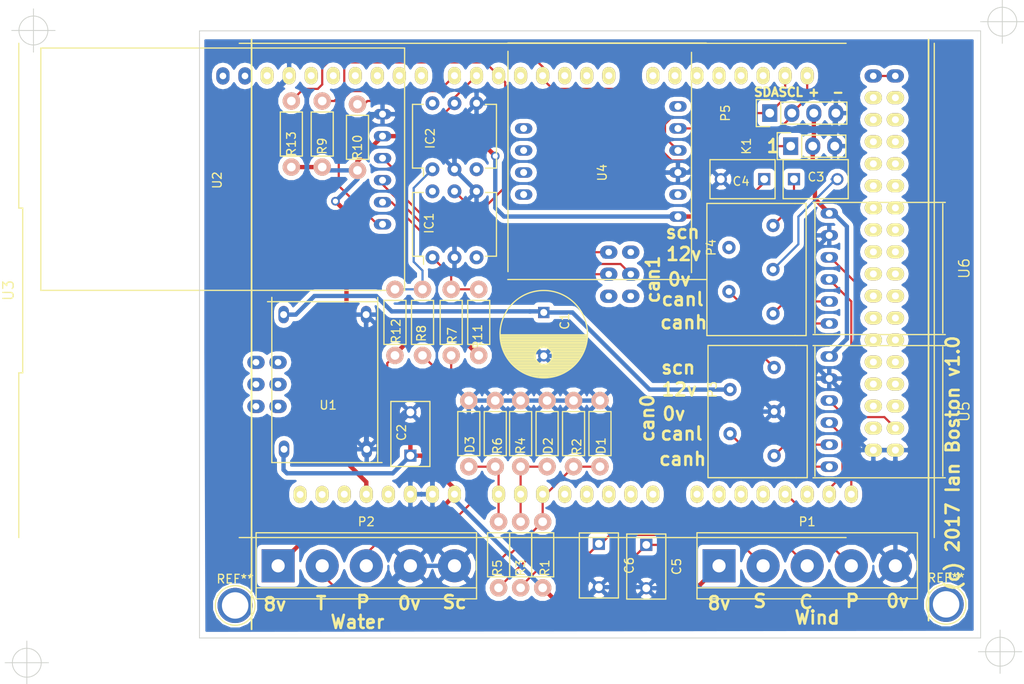
<source format=kicad_pcb>
(kicad_pcb (version 4) (host pcbnew 4.0.6)
  (layers (0 F.Cu signal) (31 B.Cu signal) (34 B.Paste user) (35 F.Paste user) (36 B.SilkS user) (37 F.SilkS user) (38 B.Mask user) (39 F.Mask user) (44 Edge.Cuts user))
  (net 0 "")
  (net 1 12v)
  (net 2 GND)
  (net 3 8v)
  (net 4 "Net-(C3-Pad1)")
  (net 5 "Net-(C4-Pad1)")
  (net 6 TEMPS)
  (net 7 WINDCOSA)
  (net 8 WINDSINA)
  (net 9 "Net-(IC1-Pad1)")
  (net 10 WINDPA)
  (net 11 "Net-(IC2-Pad1)")
  (net 12 WATERPA)
  (net 13 WINDCOSS)
  (net 14 WINDSINS)
  (net 15 WINDPS)
  (net 16 WATERPS)
  (net 17 "Net-(P3-Pad1)")
  (net 18 "Net-(P3-Pad2)")
  (net 19 "Net-(P4-Pad1)")
  (net 20 "Net-(P4-Pad2)")
  (net 21 3v3)
  (net 22 CAN1TX)
  (net 23 "Net-(U3-Pad5V)")
  (net 24 SDardCS)
  (net 25 SDA)
  (net 26 CAN0RX)
  (net 27 SCL)
  (net 28 CAN0TX)
  (net 29 MISO)
  (net 30 SCK)
  (net 31 MOSI)
  (net 32 CAN1RX)
  (net 33 "Net-(C3-Pad2)")
  (net 34 1WIRE)
  (module Capacitors_ThroughHole:C_Radial_D10_L13_P5 (layer F.Cu) (at 129.667 77.47 270)
    (fp_text reference C1 (at 1.016 -2.413 270) (layer F.SilkS))
    (fp_text value 10uF)
    (pad 1 thru_hole rect (at 0 0 270) (size 1.3 1.3) (drill 0.8) (layers *.Cu *.Mask) (net 1 12v))
    (pad 2 thru_hole circle (at 5 0 270) (size 1.3 1.3) (drill 0.8) (layers *.Cu *.Mask) (net 2 GND))
  )
  (module Capacitors_ThroughHole:C_Disc_D7.5_P5 (layer F.Cu) (at 114.3 93.98 90)
    (fp_text reference C2 (at 2.667 -1.016 90) (layer F.SilkS))
    (fp_text value 100nF)
    (pad 1 thru_hole rect (at 0 0 90) (size 1.4 1.4) (drill 0.9) (layers *.Cu *.Mask) (net 3 8v))
    (pad 2 thru_hole circle (at 5 0 90) (size 1.4 1.4) (drill 0.9) (layers *.Cu *.Mask) (net 2 GND))
  )
  (module Capacitors_ThroughHole:C_Disc_D7.5_P5 (layer F.Cu) (at 158.496 62.103)
    (fp_text reference C3 (at 2.54 -0.254) (layer F.SilkS))
    (fp_text value 10nF)
    (pad 1 thru_hole rect (at 0 0) (size 1.4 1.4) (drill 0.9) (layers *.Cu *.Mask) (net 4 "Net-(C3-Pad1)"))
    (pad 2 thru_hole circle (at 5 0) (size 1.4 1.4) (drill 0.9) (layers *.Cu *.Mask) (net 33 "Net-(C3-Pad2)"))
  )
  (module Capacitors_ThroughHole:C_Disc_D7.5_P5 (layer F.Cu) (at 155.067 62.103 180)
    (fp_text reference C4 (at 2.667 -0.254 180) (layer F.SilkS))
    (fp_text value 10nF)
    (pad 1 thru_hole rect (at 0 0 180) (size 1.4 1.4) (drill 0.9) (layers *.Cu *.Mask) (net 5 "Net-(C4-Pad1)"))
    (pad 2 thru_hole circle (at 5 0 180) (size 1.4 1.4) (drill 0.9) (layers *.Cu *.Mask) (net 2 GND))
  )
  (module Housings_DIP:DIP-6_W7.62mm (layer F.Cu) (at 116.84 71.12 90)
    (fp_text reference IC1 (at 3.937 -0.381 90) (layer F.SilkS))
    (fp_text value 4N35)
    (pad 1 thru_hole oval (at 0 0 90) (size 1.6 1.6) (drill 0.8) (layers *.Cu *.Mask) (net 9 "Net-(IC1-Pad1)"))
    (pad 2 thru_hole oval (at 0 2.54 90) (size 1.6 1.6) (drill 0.8) (layers *.Cu *.Mask) (net 2 GND))
    (pad 3 thru_hole oval (at 0 5.08 90) (size 1.6 1.6) (drill 0.8) (layers *.Cu *.Mask))
    (pad 4 thru_hole oval (at 7.62 5.08 90) (size 1.6 1.6) (drill 0.8) (layers *.Cu *.Mask) (net 2 GND))
    (pad 5 thru_hole oval (at 7.62 2.54 90) (size 1.6 1.6) (drill 0.8) (layers *.Cu *.Mask) (net 10 WINDPA))
    (pad 6 thru_hole oval (at 7.62 0 90) (size 1.6 1.6) (drill 0.8) (layers *.Cu *.Mask))
  )
  (module Housings_DIP:DIP-6_W7.62mm (layer F.Cu) (at 116.84 60.96 90)
    (fp_text reference IC2 (at 3.556 -0.254 90) (layer F.SilkS))
    (fp_text value 4N35)
    (pad 1 thru_hole oval (at 0 0 90) (size 1.6 1.6) (drill 0.8) (layers *.Cu *.Mask) (net 11 "Net-(IC2-Pad1)"))
    (pad 2 thru_hole oval (at 0 2.54 90) (size 1.6 1.6) (drill 0.8) (layers *.Cu *.Mask) (net 2 GND))
    (pad 3 thru_hole oval (at 0 5.08 90) (size 1.6 1.6) (drill 0.8) (layers *.Cu *.Mask))
    (pad 4 thru_hole oval (at 7.62 5.08 90) (size 1.6 1.6) (drill 0.8) (layers *.Cu *.Mask) (net 2 GND))
    (pad 5 thru_hole oval (at 7.62 2.54 90) (size 1.6 1.6) (drill 0.8) (layers *.Cu *.Mask) (net 12 WATERPA))
    (pad 6 thru_hole oval (at 7.62 0 90) (size 1.6 1.6) (drill 0.8) (layers *.Cu *.Mask))
  )
  (module Connect:bornier5 (layer F.Cu) (at 160.02 106.68)
    (fp_text reference P1 (at 0 -5.08) (layer F.SilkS))
    (fp_text value "Wind Sensor")
    (pad 2 thru_hole circle (at -5.08 0) (size 3.81 3.81) (drill 1.524) (layers *.Cu *.Mask) (net 13 WINDCOSS))
    (pad 3 thru_hole circle (at 0 0) (size 3.81 3.81) (drill 1.524) (layers *.Cu *.Mask) (net 14 WINDSINS))
    (pad 1 thru_hole rect (at -10.16 0) (size 3.81 3.81) (drill 1.524) (layers *.Cu *.Mask) (net 3 8v))
    (pad 4 thru_hole circle (at 5.08 0) (size 3.81 3.81) (drill 1.524) (layers *.Cu *.Mask) (net 15 WINDPS))
    (pad 5 thru_hole circle (at 10.16 0) (size 3.81 3.81) (drill 1.524) (layers *.Cu *.Mask) (net 2 GND))
  )
  (module Connect:bornier5 (layer F.Cu) (at 109.22 106.68)
    (fp_text reference P2 (at 0 -5.08) (layer F.SilkS))
    (fp_text value "Water Sensor")
    (pad 2 thru_hole circle (at -5.08 0) (size 3.81 3.81) (drill 1.524) (layers *.Cu *.Mask) (net 6 TEMPS))
    (pad 3 thru_hole circle (at 0 0) (size 3.81 3.81) (drill 1.524) (layers *.Cu *.Mask) (net 16 WATERPS))
    (pad 1 thru_hole rect (at -10.16 0) (size 3.81 3.81) (drill 1.524) (layers *.Cu *.Mask) (net 3 8v))
    (pad 4 thru_hole circle (at 5.08 0) (size 3.81 3.81) (drill 1.524) (layers *.Cu *.Mask) (net 2 GND))
    (pad 5 thru_hole circle (at 10.16 0) (size 3.81 3.81) (drill 1.524) (layers *.Cu *.Mask) (net 2 GND))
  )
  (module footprints:CanCon (layer F.Cu) (at 148.59 86.36 90)
    (fp_text reference P3 (at 0 0.5 90) (layer F.SilkS))
    (fp_text value CAN0)
    (pad 1 thru_hole circle (at -7.62 7.62 90) (size 1.524 1.524) (drill 0.762) (layers *.Cu *.Mask) (net 17 "Net-(P3-Pad1)"))
    (pad 2 thru_hole circle (at -5.08 2.54 90) (size 1.524 1.524) (drill 0.762) (layers *.Cu *.Mask) (net 18 "Net-(P3-Pad2)"))
    (pad 3 thru_hole circle (at -2.54 7.62 90) (size 1.524 1.524) (drill 0.762) (layers *.Cu *.Mask) (net 2 GND))
    (pad 4 thru_hole circle (at 0 2.54 90) (size 1.524 1.524) (drill 0.762) (layers *.Cu *.Mask) (net 1 12v))
    (pad 5 thru_hole circle (at 2.54 7.62 90) (size 1.524 1.524) (drill 0.762) (layers *.Cu *.Mask) (net 5 "Net-(C4-Pad1)"))
  )
  (module footprints:CanCon (layer F.Cu) (at 148.463 69.977 90)
    (fp_text reference P4 (at 0 0.5 90) (layer F.SilkS))
    (fp_text value CAN1)
    (pad 1 thru_hole circle (at -7.62 7.62 90) (size 1.524 1.524) (drill 0.762) (layers *.Cu *.Mask) (net 19 "Net-(P4-Pad1)"))
    (pad 2 thru_hole circle (at -5.08 2.54 90) (size 1.524 1.524) (drill 0.762) (layers *.Cu *.Mask) (net 20 "Net-(P4-Pad2)"))
    (pad 3 thru_hole circle (at -2.54 7.62 90) (size 1.524 1.524) (drill 0.762) (layers *.Cu *.Mask) (net 33 "Net-(C3-Pad2)"))
    (pad 4 thru_hole circle (at 0 2.54 90) (size 1.524 1.524) (drill 0.762) (layers *.Cu *.Mask))
    (pad 5 thru_hole circle (at 2.54 7.62 90) (size 1.524 1.524) (drill 0.762) (layers *.Cu *.Mask) (net 4 "Net-(C3-Pad1)"))
  )
  (module Resistors_ThroughHole:Resistor_Horizontal_RM7mm (layer F.Cu) (at 129.54 101.6 270)
    (fp_text reference R1 (at 5.334 -0.254 270) (layer F.SilkS))
    (fp_text value 33K)
    (pad 1 thru_hole circle (at 0 0 270) (size 1.99898 1.99898) (drill 1.00076) (layers *.Cu *.SilkS *.Mask) (net 6 TEMPS))
    (pad 2 thru_hole circle (at 7.62 0 270) (size 1.99898 1.99898) (drill 1.00076) (layers *.Cu *.SilkS *.Mask) (net 3 8v))
  )
  (module Resistors_ThroughHole:Resistor_Horizontal_RM7mm (layer F.Cu) (at 133.096 87.63 270)
    (fp_text reference R2 (at 5.334 -0.381 270) (layer F.SilkS))
    (fp_text value 56K)
    (pad 1 thru_hole circle (at 0 0 270) (size 1.99898 1.99898) (drill 1.00076) (layers *.Cu *.SilkS *.Mask) (net 2 GND))
    (pad 2 thru_hole circle (at 7.62 0 270) (size 1.99898 1.99898) (drill 1.00076) (layers *.Cu *.SilkS *.Mask) (net 6 TEMPS))
  )
  (module Resistors_ThroughHole:Resistor_Horizontal_RM7mm (layer F.Cu) (at 127 101.6 270)
    (fp_text reference R3 (at 5.334 0 270) (layer F.SilkS))
    (fp_text value 4K7)
    (pad 1 thru_hole circle (at 0 0 270) (size 1.99898 1.99898) (drill 1.00076) (layers *.Cu *.SilkS *.Mask) (net 7 WINDCOSA))
    (pad 2 thru_hole circle (at 7.62 0 270) (size 1.99898 1.99898) (drill 1.00076) (layers *.Cu *.SilkS *.Mask) (net 13 WINDCOSS))
  )
  (module Resistors_ThroughHole:Resistor_Horizontal_RM7mm (layer F.Cu) (at 127 87.63 270)
    (fp_text reference R4 (at 5.207 0 270) (layer F.SilkS))
    (fp_text value 4K7)
    (pad 1 thru_hole circle (at 0 0 270) (size 1.99898 1.99898) (drill 1.00076) (layers *.Cu *.SilkS *.Mask) (net 2 GND))
    (pad 2 thru_hole circle (at 7.62 0 270) (size 1.99898 1.99898) (drill 1.00076) (layers *.Cu *.SilkS *.Mask) (net 7 WINDCOSA))
  )
  (module Resistors_ThroughHole:Resistor_Horizontal_RM7mm (layer F.Cu) (at 124.46 101.6 270)
    (fp_text reference R5 (at 5.334 0.127 270) (layer F.SilkS))
    (fp_text value 4K7)
    (pad 1 thru_hole circle (at 0 0 270) (size 1.99898 1.99898) (drill 1.00076) (layers *.Cu *.SilkS *.Mask) (net 8 WINDSINA))
    (pad 2 thru_hole circle (at 7.62 0 270) (size 1.99898 1.99898) (drill 1.00076) (layers *.Cu *.SilkS *.Mask) (net 14 WINDSINS))
  )
  (module Resistors_ThroughHole:Resistor_Horizontal_RM7mm (layer F.Cu) (at 124.079 87.63 270)
    (fp_text reference R6 (at 5.207 -0.254 270) (layer F.SilkS))
    (fp_text value 4K7)
    (pad 1 thru_hole circle (at 0 0 270) (size 1.99898 1.99898) (drill 1.00076) (layers *.Cu *.SilkS *.Mask) (net 2 GND))
    (pad 2 thru_hole circle (at 7.62 0 270) (size 1.99898 1.99898) (drill 1.00076) (layers *.Cu *.SilkS *.Mask) (net 8 WINDSINA))
  )
  (module Resistors_ThroughHole:Resistor_Horizontal_RM7mm (layer F.Cu) (at 118.999 74.803 270)
    (fp_text reference R7 (at 5.334 -0.127 270) (layer F.SilkS))
    (fp_text value 2K2)
    (pad 1 thru_hole circle (at 0 0 270) (size 1.99898 1.99898) (drill 1.00076) (layers *.Cu *.SilkS *.Mask) (net 9 "Net-(IC1-Pad1)"))
    (pad 2 thru_hole circle (at 7.62 0 270) (size 1.99898 1.99898) (drill 1.00076) (layers *.Cu *.SilkS *.Mask) (net 15 WINDPS))
  )
  (module Resistors_ThroughHole:Resistor_Horizontal_RM7mm (layer F.Cu) (at 115.697 74.803 270)
    (fp_text reference R8 (at 5.08 0.127 270) (layer F.SilkS))
    (fp_text value 2K2)
    (pad 1 thru_hole circle (at 0 0 270) (size 1.99898 1.99898) (drill 1.00076) (layers *.Cu *.SilkS *.Mask) (net 11 "Net-(IC2-Pad1)"))
    (pad 2 thru_hole circle (at 7.62 0 270) (size 1.99898 1.99898) (drill 1.00076) (layers *.Cu *.SilkS *.Mask) (net 16 WATERPS))
  )
  (module Resistors_ThroughHole:Resistor_Horizontal_RM7mm (layer F.Cu) (at 104.14 60.706 90)
    (fp_text reference R9 (at 2.413 0 90) (layer F.SilkS))
    (fp_text value 10K)
    (pad 1 thru_hole circle (at 0 0 90) (size 1.99898 1.99898) (drill 1.00076) (layers *.Cu *.SilkS *.Mask) (net 21 3v3))
    (pad 2 thru_hole circle (at 7.62 0 90) (size 1.99898 1.99898) (drill 1.00076) (layers *.Cu *.SilkS *.Mask) (net 10 WINDPA))
  )
  (module Resistors_ThroughHole:Resistor_Horizontal_RM7mm (layer F.Cu) (at 108.204 61.087 90)
    (fp_text reference R10 (at 2.667 0 90) (layer F.SilkS))
    (fp_text value 10K)
    (pad 1 thru_hole circle (at 0 0 90) (size 1.99898 1.99898) (drill 1.00076) (layers *.Cu *.SilkS *.Mask) (net 21 3v3))
    (pad 2 thru_hole circle (at 7.62 0 90) (size 1.99898 1.99898) (drill 1.00076) (layers *.Cu *.SilkS *.Mask) (net 12 WATERPA))
  )
  (module footprints:SDCard (layer F.Cu) (at 93.98 60.96 270)
    (fp_text reference U2 (at 1.26 1.94 270) (layer F.SilkS))
    (fp_text value SDCard)
    (pad GND thru_hole oval (at -6.36 -17.11 270) (size 1.2 2) (drill 0.8) (layers *.Cu *.Mask) (net 2 GND))
    (pad Vcc thru_hole oval (at -3.82 -17.11 270) (size 1.2 2) (drill 0.8) (layers *.Cu *.Mask) (net 21 3v3))
    (pad MISO thru_hole oval (at -1.28 -17.11 270) (size 1.2 2) (drill 0.8) (layers *.Cu *.Mask) (net 29 MISO))
    (pad MOSI thru_hole oval (at 1.26 -17.11 270) (size 1.2 2) (drill 0.8) (layers *.Cu *.Mask) (net 31 MOSI))
    (pad SCK thru_hole oval (at 3.8 -17.11 270) (size 1.2 2) (drill 0.8) (layers *.Cu *.Mask) (net 30 SCK))
    (pad CS thru_hole oval (at 6.34 -17.11 270) (size 1.2 2) (drill 0.8) (layers *.Cu *.Mask) (net 24 SDardCS))
  )
  (module footprints:CanTrans (layer F.Cu) (at 168.91 88.9 90)
    (fp_text reference U5 (at 0 9.2 90) (layer F.SilkS) (effects (font (size 1.2 1.2))))
    (fp_text value CanTX)
    (pad CANL thru_hole oval (at -6.35 -6.35 90) (size 1.2 2) (drill 0.8) (layers *.Cu *.Mask) (net 18 "Net-(P3-Pad2)"))
    (pad CANH thru_hole oval (at -3.81 -6.35 90) (size 1.2 2) (drill 0.8) (layers *.Cu *.Mask) (net 17 "Net-(P3-Pad1)"))
    (pad CRX thru_hole oval (at -1.27 -6.35 90) (size 1.2 2) (drill 0.8) (layers *.Cu *.Mask) (net 26 CAN0RX))
    (pad CTX thru_hole oval (at 1.27 -6.35 90) (size 1.2 2) (drill 0.8) (layers *.Cu *.Mask) (net 28 CAN0TX))
    (pad GND thru_hole oval (at 3.81 -6.35 90) (size 1.2 2) (drill 0.8) (layers *.Cu *.Mask) (net 2 GND))
    (pad 3v3 thru_hole oval (at 6.35 -6.35 90) (size 1.2 2) (drill 0.8) (layers *.Cu *.Mask) (net 21 3v3))
  )
  (module footprints:CanTrans (layer F.Cu) (at 168.91 72.39 90)
    (fp_text reference U6 (at 0 9.2 90) (layer F.SilkS) (effects (font (size 1.2 1.2))))
    (fp_text value CanTX)
    (pad CANL thru_hole oval (at -6.35 -6.35 90) (size 1.2 2) (drill 0.8) (layers *.Cu *.Mask) (net 20 "Net-(P4-Pad2)"))
    (pad CANH thru_hole oval (at -3.81 -6.35 90) (size 1.2 2) (drill 0.8) (layers *.Cu *.Mask) (net 19 "Net-(P4-Pad1)"))
    (pad CRX thru_hole oval (at -1.27 -6.35 90) (size 1.2 2) (drill 0.8) (layers *.Cu *.Mask) (net 32 CAN1RX))
    (pad CTX thru_hole oval (at 1.27 -6.35 90) (size 1.2 2) (drill 0.8) (layers *.Cu *.Mask) (net 22 CAN1TX))
    (pad GND thru_hole oval (at 3.81 -6.35 90) (size 1.2 2) (drill 0.8) (layers *.Cu *.Mask) (net 2 GND))
    (pad 3v3 thru_hole oval (at 6.35 -6.35 90) (size 1.2 2) (drill 0.8) (layers *.Cu *.Mask) (net 21 3v3))
  )
  (module Resistors_ThroughHole:Resistor_Horizontal_RM7mm (layer F.Cu) (at 136.144 87.63 270)
    (fp_text reference D1 (at 5.207 -0.127 270) (layer F.SilkS))
    (fp_text value "3v3 Zener")
    (pad 1 thru_hole circle (at 0 0 270) (size 1.99898 1.99898) (drill 1.00076) (layers *.Cu *.SilkS *.Mask) (net 2 GND))
    (pad 2 thru_hole circle (at 7.62 0 270) (size 1.99898 1.99898) (drill 1.00076) (layers *.Cu *.SilkS *.Mask) (net 6 TEMPS))
  )
  (module Resistors_ThroughHole:Resistor_Horizontal_RM7mm (layer F.Cu) (at 130.048 87.63 270)
    (fp_text reference D2 (at 5.207 -0.127 270) (layer F.SilkS))
    (fp_text value "3v3 Zener")
    (pad 1 thru_hole circle (at 0 0 270) (size 1.99898 1.99898) (drill 1.00076) (layers *.Cu *.SilkS *.Mask) (net 2 GND))
    (pad 2 thru_hole circle (at 7.62 0 270) (size 1.99898 1.99898) (drill 1.00076) (layers *.Cu *.SilkS *.Mask) (net 7 WINDCOSA))
  )
  (module Resistors_ThroughHole:Resistor_Horizontal_RM7mm (layer F.Cu) (at 121.031 87.63 270)
    (fp_text reference D3 (at 5.08 -0.127 270) (layer F.SilkS))
    (fp_text value "Zener 3v3")
    (pad 1 thru_hole circle (at 0 0 270) (size 1.99898 1.99898) (drill 1.00076) (layers *.Cu *.SilkS *.Mask) (net 2 GND))
    (pad 2 thru_hole circle (at 7.62 0 270) (size 1.99898 1.99898) (drill 1.00076) (layers *.Cu *.SilkS *.Mask) (net 8 WINDSINA))
  )
  (module Capacitors_ThroughHole:C_Disc_D7.5_P5 (layer F.Cu) (at 141.478 104.267 270)
    (fp_text reference C5 (at 2.5 -3.5 270) (layer F.SilkS))
    (fp_text value 10nF)
    (pad 1 thru_hole rect (at 0 0 270) (size 1.4 1.4) (drill 0.9) (layers *.Cu *.Mask) (net 13 WINDCOSS))
    (pad 2 thru_hole circle (at 5 0 270) (size 1.4 1.4) (drill 0.9) (layers *.Cu *.Mask) (net 2 GND))
  )
  (module Capacitors_ThroughHole:C_Disc_D7.5_P5 (layer F.Cu) (at 136.017 104.14 270)
    (fp_text reference C6 (at 2.5 -3.5 270) (layer F.SilkS))
    (fp_text value 10nF)
    (pad 1 thru_hole rect (at 0 0 270) (size 1.4 1.4) (drill 0.9) (layers *.Cu *.Mask) (net 14 WINDSINS))
    (pad 2 thru_hole circle (at 5 0 270) (size 1.4 1.4) (drill 0.9) (layers *.Cu *.Mask) (net 2 GND))
  )
  (module Resistors_ThroughHole:Resistor_Horizontal_RM7mm (layer F.Cu) (at 122.174 74.803 270)
    (fp_text reference R11 (at 5.461 0.127 270) (layer F.SilkS))
    (fp_text value 2K2)
    (pad 1 thru_hole circle (at 0 0 270) (size 1.99898 1.99898) (drill 1.00076) (layers *.Cu *.SilkS *.Mask) (net 9 "Net-(IC1-Pad1)"))
    (pad 2 thru_hole circle (at 7.62 0 270) (size 1.99898 1.99898) (drill 1.00076) (layers *.Cu *.SilkS *.Mask) (net 3 8v))
  )
  (module Resistors_ThroughHole:Resistor_Horizontal_RM7mm (layer F.Cu) (at 112.522 74.803 270)
    (fp_text reference R12 (at 4.826 -0.127 270) (layer F.SilkS))
    (fp_text value 2K2)
    (pad 1 thru_hole circle (at 0 0 270) (size 1.99898 1.99898) (drill 1.00076) (layers *.Cu *.SilkS *.Mask) (net 11 "Net-(IC2-Pad1)"))
    (pad 2 thru_hole circle (at 7.62 0 270) (size 1.99898 1.99898) (drill 1.00076) (layers *.Cu *.SilkS *.Mask) (net 3 8v))
  )
  (module Connect:1pin (layer F.Cu) (at 94.107 111.252)
    (fp_text reference REF** (at 0 -3.048) (layer F.SilkS))
    (fp_text value 1pin)
    (pad 1 thru_hole circle (at 0 0) (size 4.064 4.064) (drill 3.048) (layers *.Cu *.Mask))
  )
  (module Connect:1pin (layer F.Cu) (at 176.022 111.125)
    (fp_text reference REF** (at 0 -3.048) (layer F.SilkS))
    (fp_text value 1pin)
    (pad 1 thru_hole circle (at 0 0) (size 4.064 4.064) (drill 3.048) (layers *.Cu *.Mask))
  )
  (module footprints:DCDC (layer F.Cu) (at 99.695 93.218)
    (fp_text reference U1 (at 5.125 -5.06) (layer F.SilkS))
    (fp_text value DCDC)
    (pad IN+ thru_hole oval (at 0 -15.5) (size 1.2 2) (drill 0.8) (layers *.Cu *.Mask) (net 1 12v))
    (pad IN- thru_hole oval (at 9.5 -15.5) (size 1.2 2) (drill 0.8) (layers *.Cu *.Mask) (net 2 GND))
    (pad OUT+ thru_hole oval (at 0.045 0.02) (size 1.2 2) (drill 0.8) (layers *.Cu *.Mask) (net 3 8v))
    (pad OUT- thru_hole oval (at 9.57 0.02) (size 1.2 2) (drill 0.8) (layers *.Cu *.Mask) (net 2 GND))
  )
  (module footprints:BNo055 (layer F.Cu) (at 125.476 60.071 270)
    (fp_text reference U4 (at 1.27 -10.93 270) (layer F.SilkS))
    (fp_text value BNo055)
    (pad RST thru_hole oval (at -6.36 -19.65 270) (size 1.2 2) (drill 0.8) (layers *.Cu *.Mask))
    (pad ADR thru_hole oval (at -3.82 -1.87 270) (size 1.2 2) (drill 0.8) (layers *.Cu *.Mask))
    (pad INT thru_hole oval (at -1.28 -1.87 270) (size 1.2 2) (drill 0.8) (layers *.Cu *.Mask))
    (pad PS1 thru_hole oval (at 1.26 -1.87 270) (size 1.2 2) (drill 0.8) (layers *.Cu *.Mask))
    (pad PS0 thru_hole oval (at 3.8 -1.87 270) (size 1.2 2) (drill 0.8) (layers *.Cu *.Mask))
    (pad SCL thru_hole oval (at -3.82 -19.65 270) (size 1.2 2) (drill 0.8) (layers *.Cu *.Mask) (net 27 SCL))
    (pad SDA thru_hole oval (at -1.28 -19.65 270) (size 1.2 2) (drill 0.8) (layers *.Cu *.Mask) (net 25 SDA))
    (pad GND thru_hole oval (at 1.26 -19.65 270) (size 1.2 2) (drill 0.8) (layers *.Cu *.Mask) (net 2 GND))
    (pad 3v3 thru_hole oval (at 3.8 -19.65 270) (size 1.2 2) (drill 0.8) (layers *.Cu *.Mask))
    (pad Vin thru_hole oval (at 6.34 -19.65 270) (size 1.2 2) (drill 0.8) (layers *.Cu *.Mask) (net 21 3v3))
  )
  (module footprints:Arduino_Mega_Due (layer F.Cu) (at 129.54 76.2)
    (fp_text reference U3 (at -61.56 -1.27 90) (layer F.SilkS) (effects (font (size 1.2 1.2))))
    (fp_text value ArduinoDue)
    (pad GND thru_hole oval (at 40.64 17.145 90) (size 1.5 2) (drill 0.8) (layers *.Cu *.Mask F.SilkS) (net 2 GND))
    (pad 53 thru_hole oval (at 40.64 14.605 90) (size 1.5 2) (drill 0.8) (layers *.Cu *.Mask F.SilkS) (net 22 CAN1TX))
    (pad 51 thru_hole oval (at 40.64 12.065 90) (size 1.5 2) (drill 0.8) (layers *.Cu *.Mask F.SilkS))
    (pad 49 thru_hole oval (at 40.64 9.525 90) (size 1.5 2) (drill 0.8) (layers *.Cu *.Mask F.SilkS))
    (pad 47 thru_hole oval (at 40.64 6.985 90) (size 1.5 2) (drill 0.8) (layers *.Cu *.Mask F.SilkS))
    (pad 45 thru_hole oval (at 40.64 4.445 90) (size 1.5 2) (drill 0.8) (layers *.Cu *.Mask F.SilkS))
    (pad 43 thru_hole oval (at 40.64 1.905 90) (size 1.5 2) (drill 0.8) (layers *.Cu *.Mask F.SilkS))
    (pad 27 thru_hole oval (at 40.64 -18.415 90) (size 1.5 2) (drill 0.8) (layers *.Cu *.Mask F.SilkS))
    (pad 29 thru_hole oval (at 40.64 -15.875 90) (size 1.5 2) (drill 0.8) (layers *.Cu *.Mask F.SilkS))
    (pad 31 thru_hole oval (at 40.64 -13.335 90) (size 1.5 2) (drill 0.8) (layers *.Cu *.Mask F.SilkS))
    (pad 33 thru_hole oval (at 40.64 -10.795 90) (size 1.5 2) (drill 0.8) (layers *.Cu *.Mask F.SilkS))
    (pad 35 thru_hole oval (at 40.64 -8.255 90) (size 1.5 2) (drill 0.8) (layers *.Cu *.Mask F.SilkS))
    (pad 37 thru_hole oval (at 40.64 -5.715 90) (size 1.5 2) (drill 0.8) (layers *.Cu *.Mask F.SilkS))
    (pad 39 thru_hole oval (at 40.64 -3.175 90) (size 1.5 2) (drill 0.8) (layers *.Cu *.Mask F.SilkS))
    (pad 41 thru_hole oval (at 40.64 -0.635 90) (size 1.5 2) (drill 0.8) (layers *.Cu *.Mask F.SilkS))
    (pad 25 thru_hole oval (at 40.64 -20.955 90) (size 1.5 2) (drill 0.8) (layers *.Cu *.Mask F.SilkS))
    (pad 23 thru_hole oval (at 40.64 -23.495 90) (size 1.5 2) (drill 0.8) (layers *.Cu *.Mask F.SilkS))
    (pad 22 thru_hole oval (at 38.1 -23.495 90) (size 1.5 2) (drill 0.8) (layers *.Cu *.Mask F.SilkS))
    (pad 24 thru_hole oval (at 38.1 -20.955 90) (size 1.5 2) (drill 0.8) (layers *.Cu *.Mask F.SilkS))
    (pad 40 thru_hole oval (at 38.1 -0.635 90) (size 1.5 2) (drill 0.8) (layers *.Cu *.Mask F.SilkS))
    (pad 38 thru_hole oval (at 38.1 -3.175 90) (size 1.5 2) (drill 0.8) (layers *.Cu *.Mask F.SilkS))
    (pad 36 thru_hole oval (at 38.1 -5.715 90) (size 1.5 2) (drill 0.8) (layers *.Cu *.Mask F.SilkS))
    (pad 34 thru_hole oval (at 38.1 -8.255 90) (size 1.5 2) (drill 0.8) (layers *.Cu *.Mask F.SilkS))
    (pad 32 thru_hole oval (at 38.1 -10.795 90) (size 1.5 2) (drill 0.8) (layers *.Cu *.Mask F.SilkS))
    (pad 30 thru_hole oval (at 38.1 -13.335 90) (size 1.5 2) (drill 0.8) (layers *.Cu *.Mask F.SilkS))
    (pad 28 thru_hole oval (at 38.1 -15.875 90) (size 1.5 2) (drill 0.8) (layers *.Cu *.Mask F.SilkS))
    (pad 26 thru_hole oval (at 38.1 -18.415 90) (size 1.5 2) (drill 0.8) (layers *.Cu *.Mask F.SilkS))
    (pad 42 thru_hole oval (at 38.1 1.905 90) (size 1.5 2) (drill 0.8) (layers *.Cu *.Mask F.SilkS))
    (pad 44 thru_hole oval (at 38.1 4.445 90) (size 1.5 2) (drill 0.8) (layers *.Cu *.Mask F.SilkS))
    (pad 46 thru_hole oval (at 38.1 6.985 90) (size 1.5 2) (drill 0.8) (layers *.Cu *.Mask F.SilkS))
    (pad 48 thru_hole oval (at 38.1 9.525 90) (size 1.5 2) (drill 0.8) (layers *.Cu *.Mask F.SilkS))
    (pad 50 thru_hole oval (at 38.1 12.065 90) (size 1.5 2) (drill 0.8) (layers *.Cu *.Mask F.SilkS))
    (pad 52 thru_hole oval (at 38.1 14.605 90) (size 1.5 2) (drill 0.8) (layers *.Cu *.Mask F.SilkS))
    (pad GND thru_hole oval (at 38.1 17.145 90) (size 1.5 2) (drill 0.8) (layers *.Cu *.Mask F.SilkS) (net 2 GND))
    (pad AREF thru_hole oval (at -31.75 -26.035) (size 1.5 2) (drill 0.8) (layers *.Cu *.Mask F.SilkS))
    (pad GND thru_hole oval (at -29.21 -26.035) (size 1.5 2) (drill 0.8) (layers *.Cu *.Mask F.SilkS) (net 2 GND))
    (pad 13 thru_hole oval (at -26.67 -26.035) (size 1.5 2) (drill 0.8) (layers *.Cu *.Mask F.SilkS))
    (pad RESE thru_hole oval (at -22.86 22.225) (size 1.5 2) (drill 0.8) (layers *.Cu *.Mask F.SilkS))
    (pad 12 thru_hole oval (at -24.13 -26.035) (size 1.5 2) (drill 0.8) (layers *.Cu *.Mask F.SilkS))
    (pad 3.3V thru_hole oval (at -20.32 22.225) (size 1.5 2) (drill 0.8) (layers *.Cu *.Mask F.SilkS) (net 21 3v3))
    (pad 11 thru_hole oval (at -21.59 -26.035) (size 1.5 2) (drill 0.8) (layers *.Cu *.Mask F.SilkS))
    (pad 5V thru_hole oval (at -17.78 22.225) (size 1.5 2) (drill 0.8) (layers *.Cu *.Mask F.SilkS) (net 23 "Net-(U3-Pad5V)"))
    (pad 10 thru_hole oval (at -19.05 -26.035) (size 1.5 2) (drill 0.8) (layers *.Cu *.Mask F.SilkS))
    (pad GND thru_hole oval (at -15.24 22.225) (size 1.5 2) (drill 0.8) (layers *.Cu *.Mask F.SilkS) (net 2 GND))
    (pad 9 thru_hole oval (at -16.51 -26.035) (size 1.5 2) (drill 0.8) (layers *.Cu *.Mask F.SilkS))
    (pad GND thru_hole oval (at -12.7 22.225) (size 1.5 2) (drill 0.8) (layers *.Cu *.Mask F.SilkS) (net 2 GND))
    (pad 8 thru_hole oval (at -13.97 -26.035) (size 1.5 2) (drill 0.8) (layers *.Cu *.Mask F.SilkS))
    (pad VIN thru_hole oval (at -10.16 22.225) (size 1.5 2) (drill 0.8) (layers *.Cu *.Mask F.SilkS) (net 3 8v))
    (pad 7 thru_hole oval (at -10.16 -26.035) (size 1.5 2) (drill 0.8) (layers *.Cu *.Mask F.SilkS) (net 24 SDardCS))
    (pad A0 thru_hole oval (at -5.08 22.225) (size 1.5 2) (drill 0.8) (layers *.Cu *.Mask F.SilkS) (net 8 WINDSINA))
    (pad 6 thru_hole oval (at -7.62 -26.035) (size 1.5 2) (drill 0.8) (layers *.Cu *.Mask F.SilkS) (net 12 WATERPA))
    (pad A1 thru_hole oval (at -2.54 22.225) (size 1.5 2) (drill 0.8) (layers *.Cu *.Mask F.SilkS) (net 7 WINDCOSA))
    (pad 5 thru_hole oval (at -5.08 -26.035) (size 1.5 2) (drill 0.8) (layers *.Cu *.Mask F.SilkS) (net 10 WINDPA))
    (pad A2 thru_hole oval (at 0 22.225) (size 1.5 2) (drill 0.8) (layers *.Cu *.Mask F.SilkS) (net 6 TEMPS))
    (pad 4 thru_hole oval (at -2.54 -26.035) (size 1.5 2) (drill 0.8) (layers *.Cu *.Mask F.SilkS))
    (pad A3 thru_hole oval (at 2.54 22.225) (size 1.5 2) (drill 0.8) (layers *.Cu *.Mask F.SilkS))
    (pad 3 thru_hole oval (at 0 -26.035) (size 1.5 2) (drill 0.8) (layers *.Cu *.Mask F.SilkS) (net 34 1WIRE))
    (pad A4 thru_hole oval (at 5.08 22.225) (size 1.5 2) (drill 0.8) (layers *.Cu *.Mask F.SilkS))
    (pad 2 thru_hole oval (at 2.54 -26.035) (size 1.5 2) (drill 0.8) (layers *.Cu *.Mask F.SilkS))
    (pad A5 thru_hole oval (at 7.62 22.225) (size 1.5 2) (drill 0.8) (layers *.Cu *.Mask F.SilkS))
    (pad 1 thru_hole oval (at 5.08 -26.035) (size 1.5 2) (drill 0.8) (layers *.Cu *.Mask F.SilkS))
    (pad A6 thru_hole oval (at 10.16 22.225) (size 1.5 2) (drill 0.8) (layers *.Cu *.Mask F.SilkS))
    (pad 0 thru_hole oval (at 7.62 -26.035) (size 1.5 2) (drill 0.8) (layers *.Cu *.Mask F.SilkS))
    (pad A7 thru_hole oval (at 12.7 22.225) (size 1.5 2) (drill 0.8) (layers *.Cu *.Mask F.SilkS))
    (pad 14 thru_hole oval (at 12.7 -26.035) (size 1.5 2) (drill 0.8) (layers *.Cu *.Mask F.SilkS))
    (pad A8 thru_hole oval (at 17.78 22.225) (size 1.5 2) (drill 0.8) (layers *.Cu *.Mask F.SilkS))
    (pad 15 thru_hole oval (at 15.24 -26.035) (size 1.5 2) (drill 0.8) (layers *.Cu *.Mask F.SilkS))
    (pad A9 thru_hole oval (at 20.32 22.225) (size 1.5 2) (drill 0.8) (layers *.Cu *.Mask F.SilkS))
    (pad 16 thru_hole oval (at 17.78 -26.035) (size 1.5 2) (drill 0.8) (layers *.Cu *.Mask F.SilkS))
    (pad A10 thru_hole oval (at 22.86 22.225) (size 1.5 2) (drill 0.8) (layers *.Cu *.Mask F.SilkS))
    (pad 17 thru_hole oval (at 20.32 -26.035) (size 1.5 2) (drill 0.8) (layers *.Cu *.Mask F.SilkS))
    (pad A11 thru_hole oval (at 25.4 22.225) (size 1.5 2) (drill 0.8) (layers *.Cu *.Mask F.SilkS))
    (pad 18 thru_hole oval (at 22.86 -26.035) (size 1.5 2) (drill 0.8) (layers *.Cu *.Mask F.SilkS))
    (pad DAC0 thru_hole oval (at 27.94 22.225) (size 1.5 2) (drill 0.8) (layers *.Cu *.Mask F.SilkS) (net 32 CAN1RX))
    (pad 19 thru_hole oval (at 25.4 -26.035) (size 1.5 2) (drill 0.8) (layers *.Cu *.Mask F.SilkS))
    (pad DAC1 thru_hole oval (at 30.48 22.225) (size 1.5 2) (drill 0.8) (layers *.Cu *.Mask F.SilkS))
    (pad 20 thru_hole oval (at 27.94 -26.035) (size 1.5 2) (drill 0.8) (layers *.Cu *.Mask F.SilkS) (net 25 SDA))
    (pad CanR thru_hole oval (at 33.02 22.225) (size 1.5 2) (drill 0.8) (layers *.Cu *.Mask F.SilkS) (net 26 CAN0RX))
    (pad 21 thru_hole oval (at 30.48 -26.035) (size 1.5 2) (drill 0.8) (layers *.Cu *.Mask F.SilkS) (net 27 SCL))
    (pad CanT thru_hole oval (at 35.56 22.225) (size 1.5 2) (drill 0.8) (layers *.Cu *.Mask F.SilkS) (net 28 CAN0TX))
    (pad SPI2 thru_hole oval (at 10.15 -5.68) (size 2 1.524) (drill 0.762) (layers *.Cu *.Mask))
    (pad SPI5 thru_hole oval (at 7.61 -5.68) (size 2 1.524) (drill 0.762) (layers *.Cu *.Mask) (net 29 MISO))
    (pad SPI4 thru_hole oval (at 7.61 -3.14) (size 2 1.524) (drill 0.762) (layers *.Cu *.Mask) (net 30 SCK))
    (pad SPI1 thru_hole oval (at 10.15 -3.14) (size 2 1.524) (drill 0.762) (layers *.Cu *.Mask) (net 31 MOSI))
    (pad SPI3 thru_hole oval (at 7.61 -0.6) (size 2 1.524) (drill 0.762) (layers *.Cu *.Mask))
    (pad SPI0 thru_hole oval (at 10.15 -0.6) (size 2 1.524) (drill 0.762) (layers *.Cu *.Mask))
    (pad ICS0 thru_hole oval (at -30.49 12.1) (size 2 1.524) (drill 0.762) (layers *.Cu *.Mask))
    (pad ICS3 thru_hole oval (at -33.03 12.1) (size 2 1.524) (drill 0.762) (layers *.Cu *.Mask))
    (pad ICS4 thru_hole oval (at -33.03 9.56) (size 2 1.524) (drill 0.762) (layers *.Cu *.Mask))
    (pad ICS1 thru_hole oval (at -30.49 9.56) (size 2 1.524) (drill 0.762) (layers *.Cu *.Mask))
    (pad ICS2 thru_hole oval (at -30.49 7.02) (size 2 1.524) (drill 0.762) (layers *.Cu *.Mask))
    (pad ICS5 thru_hole oval (at -33.03 7.02) (size 2 1.524) (drill 0.762) (layers *.Cu *.Mask))
    (pad SDA1 thru_hole oval (at -34.3 -26) (size 1.524 2) (drill 0.762) (layers *.Cu *.Mask))
    (pad SCL1 thru_hole oval (at -36.84 -26) (size 1.524 2) (drill 0.762) (layers *.Cu *.Mask))
    (pad 5V thru_hole oval (at 38.09 -26) (size 2 1.524) (drill 0.762) (layers *.Cu *.Mask) (net 23 "Net-(U3-Pad5V)"))
    (pad 5V thru_hole oval (at 40.63 -26) (size 2 1.524) (drill 0.762) (layers *.Cu *.Mask) (net 23 "Net-(U3-Pad5V)"))
    (pad IORE thru_hole oval (at -25.41 22.26) (size 1.5 2) (drill 0.8) (layers *.Cu *.Mask F.SilkS))
    (pad NC thru_hole oval (at -27.95 22.26) (size 1.5 2) (drill 0.8) (layers *.Cu *.Mask F.SilkS))
  )
  (module Pin_Headers:Pin_Header_Straight_1x03 (layer F.Cu) (at 158.115 58.293 90)
    (fp_text reference K1 (at 0 -5.1 90) (layer F.SilkS))
    (fp_text value 1Wire)
    (pad 1 thru_hole rect (at 0 0 90) (size 2.032 1.7272) (drill 1.016) (layers *.Cu *.Mask) (net 34 1WIRE))
    (pad 2 thru_hole oval (at 0 2.54 90) (size 2.032 1.7272) (drill 1.016) (layers *.Cu *.Mask) (net 21 3v3))
    (pad 3 thru_hole oval (at 0 5.08 90) (size 2.032 1.7272) (drill 1.016) (layers *.Cu *.Mask) (net 2 GND))
  )
  (module Pin_Headers:Pin_Header_Straight_1x04 (layer F.Cu) (at 155.702 54.483 90)
    (fp_text reference P5 (at 0 -5.1 90) (layer F.SilkS))
    (fp_text value I2C)
    (pad 1 thru_hole rect (at 0 0 90) (size 2.032 1.7272) (drill 1.016) (layers *.Cu *.Mask) (net 25 SDA))
    (pad 2 thru_hole oval (at 0 2.54 90) (size 2.032 1.7272) (drill 1.016) (layers *.Cu *.Mask) (net 27 SCL))
    (pad 3 thru_hole oval (at 0 5.08 90) (size 2.032 1.7272) (drill 1.016) (layers *.Cu *.Mask) (net 21 3v3))
    (pad 4 thru_hole oval (at 0 7.62 90) (size 2.032 1.7272) (drill 1.016) (layers *.Cu *.Mask) (net 2 GND))
  )
  (module Resistors_ThroughHole:Resistor_Horizontal_RM7mm (layer F.Cu) (at 100.584 53.086 270)
    (fp_text reference R13 (at 4.953 0 270) (layer F.SilkS))
    (fp_text value 4K7)
    (pad 1 thru_hole circle (at 0 0 270) (size 1.99898 1.99898) (drill 1.00076) (layers *.Cu *.SilkS *.Mask) (net 34 1WIRE))
    (pad 2 thru_hole circle (at 7.62 0 270) (size 1.99898 1.99898) (drill 1.00076) (layers *.Cu *.SilkS *.Mask) (net 21 3v3))
  )
  (gr_text 1 (at 156.083 58.293) (layer F.SilkS) (effects (font (size 1.5 1.5) (thickness 0.3))))
  (gr_text - (at 163.576 52.07) (layer F.SilkS) (effects (font (size 1 1) (thickness 0.25))))
  (gr_text + (at 160.782 52.07) (layer F.SilkS) (effects (font (size 1 1) (thickness 0.25))))
  (gr_text SCL (at 158.115 52.07) (layer F.SilkS) (effects (font (size 1 1) (thickness 0.25))))
  (gr_text SDA (at 155.321 52.07) (layer F.SilkS) (effects (font (size 1 1) (thickness 0.25))))
  (target plus (at 70.104 117.856) (size 5) (width 0.1) (layer Edge.Cuts))
  (target plus (at 182.245 116.586) (size 5) (width 0.1) (layer Edge.Cuts))
  (target plus (at 182.499 43.942) (size 5) (width 0.1) (layer Edge.Cuts))
  (target plus (at 70.866 44.958) (size 5) (width 0.1) (layer Edge.Cuts))
  (gr_text "(c) 2017 Ian Boston v1.0" (at 176.784 94.869 90) (layer F.SilkS) (effects (font (size 1.5 1.5) (thickness 0.3))))
  (gr_text Wind (at 161.163 112.649) (layer F.SilkS) (effects (font (size 1.5 1.5) (thickness 0.3))))
  (gr_text 0v (at 170.434 110.744) (layer F.SilkS) (effects (font (size 1.5 1.5) (thickness 0.3))))
  (gr_text P (at 165.227 110.744) (layer F.SilkS) (effects (font (size 1.5 1.5) (thickness 0.3))))
  (gr_text C (at 159.893 110.871) (layer F.SilkS) (effects (font (size 1.5 1.5) (thickness 0.3))))
  (gr_text S (at 154.559 110.744) (layer F.SilkS) (effects (font (size 1.5 1.5) (thickness 0.3))))
  (gr_text 8v (at 149.86 110.998) (layer F.SilkS) (effects (font (size 1.5 1.5) (thickness 0.3))))
  (gr_text Sc (at 119.38 110.871) (layer F.SilkS) (effects (font (size 1.5 1.5) (thickness 0.3))))
  (gr_text 0v (at 114.173 110.998) (layer F.SilkS) (effects (font (size 1.5 1.5) (thickness 0.3))))
  (gr_text P (at 108.839 110.871) (layer F.SilkS) (effects (font (size 1.5 1.5) (thickness 0.3))))
  (gr_text Water (at 108.204 113.157) (layer F.SilkS) (effects (font (size 1.5 1.5) (thickness 0.3))))
  (gr_text T (at 104.013 110.998) (layer F.SilkS) (effects (font (size 1.5 1.5) (thickness 0.3))))
  (gr_text 8v (at 98.679 111.125) (layer F.SilkS) (effects (font (size 1.5 1.5) (thickness 0.3))))
  (gr_text can0 (at 141.605 89.662 90) (layer F.SilkS) (effects (font (size 1.5 1.5) (thickness 0.3))))
  (gr_text can1 (at 142.24 73.66 90) (layer F.SilkS) (effects (font (size 1.5 1.5) (thickness 0.3))))
  (gr_text canh (at 145.796 78.613) (layer F.SilkS) (effects (font (size 1.5 1.5) (thickness 0.3))))
  (gr_text canl (at 145.669 75.946) (layer F.SilkS) (effects (font (size 1.5 1.5) (thickness 0.3))))
  (gr_text 0v (at 145.288 73.66) (layer F.SilkS) (effects (font (size 1.5 1.5) (thickness 0.3))))
  (gr_text 12v (at 145.796 70.739) (layer F.SilkS) (effects (font (size 1.5 1.5) (thickness 0.3))))
  (gr_text scn (at 145.669 68.199) (layer F.SilkS) (effects (font (size 1.5 1.5) (thickness 0.3))))
  (gr_text scn (at 145.161 83.82) (layer F.SilkS) (effects (font (size 1.5 1.5) (thickness 0.3))))
  (gr_text 12v (at 145.288 86.36) (layer F.SilkS) (effects (font (size 1.5 1.5) (thickness 0.3))))
  (gr_text 0v (at 144.653 89.154) (layer F.SilkS) (effects (font (size 1.5 1.5) (thickness 0.3))))
  (gr_text canl (at 145.542 91.44) (layer F.SilkS) (effects (font (size 1.5 1.5) (thickness 0.3))))
  (gr_text canh (at 145.669 94.361) (layer F.SilkS) (effects (font (size 1.5 1.5) (thickness 0.3))))
  (gr_line (start 174 46) (end 174 113) (angle 90) (layer F.SilkS) (width 0.2))
  (gr_line (start 96 46) (end 96 114) (angle 90) (layer F.SilkS) (width 0.2))
  (gr_line (start 90 46) (end 90 45) (angle 90) (layer Edge.Cuts) (width 0.1))
  (gr_line (start 90 115) (end 90 46) (angle 90) (layer Edge.Cuts) (width 0.1))
  (gr_line (start 180 115) (end 90 115) (angle 90) (layer Edge.Cuts) (width 0.1))
  (gr_line (start 180 45) (end 180 115) (angle 90) (layer Edge.Cuts) (width 0.1))
  (gr_line (start 90 45) (end 180 45) (angle 90) (layer Edge.Cuts) (width 0.1))
  (segment (start 129.667 77.47) (end 132.969 77.47) (width 0.5) (layer B.Cu) (net 1))
  (segment (start 141.859 86.36) (end 151.13 86.36) (width 0.5) (layer B.Cu) (net 1))
  (segment (start 132.969 77.47) (end 141.859 86.36) (width 0.5) (layer B.Cu) (net 1))
  (segment (start 128.016 77.343) (end 129.54 77.343) (width 0.5) (layer B.Cu) (net 1))
  (segment (start 129.54 77.343) (end 129.667 77.47) (width 0.5) (layer B.Cu) (net 1))
  (segment (start 99.695 77.718) (end 101.098 77.718) (width 0.5) (layer B.Cu) (net 1))
  (segment (start 112.141 77.343) (end 128.016 77.343) (width 0.5) (layer B.Cu) (net 1))
  (segment (start 128.016 77.343) (end 128.143 77.343) (width 0.5) (layer B.Cu) (net 1))
  (segment (start 110.363 75.565) (end 112.141 77.343) (width 0.5) (layer B.Cu) (net 1))
  (segment (start 103.251 75.565) (end 110.363 75.565) (width 0.5) (layer B.Cu) (net 1))
  (segment (start 101.098 77.718) (end 103.251 75.565) (width 0.5) (layer B.Cu) (net 1))
  (segment (start 163.195 58.293) (end 163.195 54.61) (width 0.5) (layer B.Cu) (net 2))
  (segment (start 163.195 54.61) (end 163.322 54.483) (width 0.5) (layer B.Cu) (net 2))
  (segment (start 145.126 61.331) (end 146.314 61.331) (width 0.5) (layer B.Cu) (net 2))
  (segment (start 162.433 56.515) (end 163.195 57.277) (width 0.5) (layer B.Cu) (net 2))
  (segment (start 151.13 56.515) (end 162.433 56.515) (width 0.5) (layer B.Cu) (net 2))
  (segment (start 146.314 61.331) (end 151.13 56.515) (width 0.5) (layer B.Cu) (net 2))
  (segment (start 163.195 57.277) (end 163.195 58.293) (width 0.5) (layer B.Cu) (net 2))
  (segment (start 137.795 54.229) (end 137.795 56.896) (width 0.5) (layer B.Cu) (net 2))
  (segment (start 142.23 61.331) (end 145.126 61.331) (width 0.5) (layer B.Cu) (net 2))
  (segment (start 137.795 56.896) (end 142.23 61.331) (width 0.5) (layer B.Cu) (net 2))
  (segment (start 94.107 57.531) (end 94.107 56.388) (width 0.5) (layer B.Cu) (net 2))
  (segment (start 94.107 56.388) (end 100.33 50.165) (width 0.5) (layer B.Cu) (net 2))
  (segment (start 100.33 50.165) (end 100.33 50.419) (width 0.5) (layer B.Cu) (net 2))
  (segment (start 100.33 50.419) (end 98.425 52.324) (width 0.5) (layer B.Cu) (net 2))
  (segment (start 98.425 52.324) (end 98.425 54.864) (width 0.5) (layer B.Cu) (net 2))
  (segment (start 98.425 54.864) (end 99.441 55.88) (width 0.5) (layer B.Cu) (net 2))
  (segment (start 99.441 55.88) (end 108.966 55.88) (width 0.5) (layer B.Cu) (net 2))
  (segment (start 108.966 55.88) (end 110.246 54.6) (width 0.5) (layer B.Cu) (net 2))
  (segment (start 110.246 54.6) (end 111.09 54.6) (width 0.5) (layer B.Cu) (net 2))
  (segment (start 96.012 93.091) (end 96.012 92.075) (width 0.5) (layer B.Cu) (net 2))
  (segment (start 94.107 90.17) (end 94.107 57.531) (width 0.5) (layer B.Cu) (net 2))
  (segment (start 94.107 57.531) (end 94.107 57.404) (width 0.5) (layer B.Cu) (net 2))
  (segment (start 96.012 92.075) (end 94.107 90.17) (width 0.5) (layer B.Cu) (net 2))
  (segment (start 129.667 82.47) (end 135.683 82.47) (width 0.5) (layer B.Cu) (net 2))
  (segment (start 142.113 88.9) (end 156.21 88.9) (width 0.5) (layer B.Cu) (net 2))
  (segment (start 135.683 82.47) (end 142.113 88.9) (width 0.5) (layer B.Cu) (net 2))
  (segment (start 123.872 80.819) (end 125.095 82.042) (width 0.5) (layer B.Cu) (net 2))
  (segment (start 123.872 80.819) (end 122.682 79.629) (width 0.5) (layer B.Cu) (net 2))
  (segment (start 122.682 79.629) (end 111.106 79.629) (width 0.5) (layer B.Cu) (net 2))
  (segment (start 109.195 77.718) (end 111.106 79.629) (width 0.5) (layer B.Cu) (net 2))
  (segment (start 125.095 82.042) (end 129.239 82.042) (width 0.5) (layer B.Cu) (net 2))
  (segment (start 129.239 82.042) (end 129.667 82.47) (width 0.5) (layer B.Cu) (net 2))
  (segment (start 137.719 53.289) (end 137.719 53.924) (width 0.5) (layer B.Cu) (net 2))
  (segment (start 109.195 77.718) (end 109.195 93.168) (width 0.5) (layer B.Cu) (net 2))
  (segment (start 109.195 93.168) (end 109.265 93.238) (width 0.5) (layer B.Cu) (net 2))
  (segment (start 109.21 93.38) (end 109.255 93.38) (width 0.5) (layer F.Cu) (net 2))
  (segment (start 121.92 53.34) (end 122.809 53.34) (width 0.5) (layer B.Cu) (net 2))
  (segment (start 136.881 52.451) (end 137.719 53.289) (width 0.5) (layer B.Cu) (net 2))
  (segment (start 137.719 53.289) (end 137.77 53.34) (width 0.5) (layer B.Cu) (net 2))
  (segment (start 123.698 52.451) (end 136.881 52.451) (width 0.5) (layer B.Cu) (net 2))
  (segment (start 122.809 53.34) (end 123.698 52.451) (width 0.5) (layer B.Cu) (net 2))
  (segment (start 150.067 62.103) (end 150.067 62.277) (width 0.5) (layer B.Cu) (net 2))
  (segment (start 150.067 62.277) (end 148.717 63.627) (width 0.5) (layer B.Cu) (net 2))
  (segment (start 141.478 109.267) (end 144.065 109.267) (width 0.5) (layer B.Cu) (net 2))
  (segment (start 164.084 112.776) (end 170.18 106.68) (width 0.5) (layer B.Cu) (net 2))
  (segment (start 147.574 112.776) (end 164.084 112.776) (width 0.5) (layer B.Cu) (net 2))
  (segment (start 144.065 109.267) (end 147.574 112.776) (width 0.5) (layer B.Cu) (net 2))
  (segment (start 136.017 109.14) (end 141.351 109.14) (width 0.5) (layer B.Cu) (net 2))
  (segment (start 141.351 109.14) (end 141.478 109.267) (width 0.5) (layer B.Cu) (net 2))
  (segment (start 125.1585 112.7125) (end 132.1435 112.7125) (width 0.5) (layer B.Cu) (net 2))
  (segment (start 132.1435 112.7125) (end 135.716 109.14) (width 0.5) (layer B.Cu) (net 2))
  (segment (start 135.716 109.14) (end 136.017 109.14) (width 0.5) (layer B.Cu) (net 2))
  (segment (start 111.09 54.6) (end 110.246 54.6) (width 0.5) (layer B.Cu) (net 2))
  (segment (start 148.59 81.28) (end 156.21 88.9) (width 0.5) (layer B.Cu) (net 2))
  (segment (start 148.59 63.58) (end 148.59 81.28) (width 0.5) (layer B.Cu) (net 2))
  (segment (start 121.031 87.63) (end 121.031 92.329) (width 0.5) (layer B.Cu) (net 2))
  (segment (start 116.84 96.52) (end 116.84 98.425) (width 0.5) (layer B.Cu) (net 2))
  (segment (start 121.031 92.329) (end 116.84 96.52) (width 0.5) (layer B.Cu) (net 2))
  (segment (start 124.079 87.63) (end 121.031 87.63) (width 0.5) (layer B.Cu) (net 2))
  (segment (start 127 87.63) (end 124.079 87.63) (width 0.5) (layer B.Cu) (net 2))
  (segment (start 130.048 87.63) (end 127 87.63) (width 0.5) (layer B.Cu) (net 2))
  (segment (start 133.096 87.63) (end 130.048 87.63) (width 0.5) (layer B.Cu) (net 2))
  (segment (start 136.144 87.63) (end 133.096 87.63) (width 0.5) (layer B.Cu) (net 2))
  (segment (start 111.09 54.6) (end 113.02 54.6) (width 0.5) (layer B.Cu) (net 2))
  (segment (start 113.02 54.6) (end 119.38 60.96) (width 0.5) (layer B.Cu) (net 2))
  (segment (start 119.38 71.12) (end 119.38 66.04) (width 0.5) (layer B.Cu) (net 2))
  (segment (start 119.38 66.04) (end 121.92 63.5) (width 0.5) (layer B.Cu) (net 2))
  (segment (start 162.56 85.09) (end 162.433 85.09) (width 0.5) (layer B.Cu) (net 2))
  (segment (start 162.433 85.09) (end 160.782 83.439) (width 0.5) (layer B.Cu) (net 2))
  (segment (start 160.782 70.358) (end 162.56 68.58) (width 0.5) (layer B.Cu) (net 2))
  (segment (start 160.782 83.439) (end 160.782 70.358) (width 0.5) (layer B.Cu) (net 2))
  (segment (start 167.64 93.345) (end 167.005 93.345) (width 0.5) (layer B.Cu) (net 2))
  (segment (start 167.005 93.345) (end 165.735 92.075) (width 0.5) (layer B.Cu) (net 2))
  (segment (start 164.338 86.868) (end 162.56 85.09) (width 0.5) (layer B.Cu) (net 2))
  (segment (start 164.338 88.138) (end 164.338 86.868) (width 0.5) (layer B.Cu) (net 2))
  (segment (start 165.735 89.535) (end 164.338 88.138) (width 0.5) (layer B.Cu) (net 2))
  (segment (start 165.735 92.075) (end 165.735 89.535) (width 0.5) (layer B.Cu) (net 2))
  (segment (start 162.56 68.58) (end 162.306 68.58) (width 0.5) (layer B.Cu) (net 2))
  (segment (start 156.21 88.9) (end 156.337 88.9) (width 0.5) (layer B.Cu) (net 2))
  (segment (start 119.38 60.96) (end 121.92 63.5) (width 0.5) (layer B.Cu) (net 2))
  (segment (start 119.38 60.96) (end 119.38 55.88) (width 0.5) (layer B.Cu) (net 2))
  (segment (start 119.38 55.88) (end 121.92 53.34) (width 0.5) (layer B.Cu) (net 2))
  (segment (start 170.18 106.68) (end 170.18 93.345) (width 0.5) (layer B.Cu) (net 2))
  (segment (start 116.84 98.425) (end 116.84 91.52) (width 0.5) (layer B.Cu) (net 2))
  (segment (start 116.84 91.52) (end 114.3 88.98) (width 0.5) (layer B.Cu) (net 2))
  (segment (start 119.38 106.68) (end 119.38 106.934) (width 0.5) (layer B.Cu) (net 2))
  (segment (start 119.38 106.934) (end 125.1585 112.7125) (width 0.5) (layer B.Cu) (net 2))
  (segment (start 125.1585 112.7125) (end 125.222 112.776) (width 0.5) (layer B.Cu) (net 2))
  (segment (start 114.3 106.68) (end 113.792 106.68) (width 0.5) (layer B.Cu) (net 2))
  (segment (start 113.792 106.68) (end 110.236 110.236) (width 0.5) (layer B.Cu) (net 2))
  (segment (start 110.236 110.236) (end 97.282 110.236) (width 0.5) (layer B.Cu) (net 2))
  (segment (start 97.282 110.236) (end 96.012 108.966) (width 0.5) (layer B.Cu) (net 2))
  (segment (start 96.012 108.966) (end 96.012 93.091) (width 0.5) (layer B.Cu) (net 2))
  (segment (start 96.012 93.091) (end 96.012 92.964) (width 0.5) (layer B.Cu) (net 2))
  (segment (start 96.012 92.964) (end 97.79 91.186) (width 0.5) (layer B.Cu) (net 2))
  (segment (start 107.016 91.186) (end 109.21 93.38) (width 0.5) (layer B.Cu) (net 2))
  (segment (start 97.79 91.186) (end 107.016 91.186) (width 0.5) (layer B.Cu) (net 2))
  (segment (start 114.3 88.98) (end 113.61 88.98) (width 0.5) (layer B.Cu) (net 2))
  (segment (start 113.61 88.98) (end 109.21 93.38) (width 0.5) (layer B.Cu) (net 2))
  (segment (start 124.46 87.63) (end 124.46 87.62798) (width 0.5) (layer B.Cu) (net 2))
  (segment (start 116.84 98.425) (end 114.3 98.425) (width 0.5) (layer B.Cu) (net 2))
  (segment (start 119.38 106.68) (end 114.3 106.68) (width 0.5) (layer B.Cu) (net 2))
  (segment (start 167.64 93.345) (end 170.18 93.345) (width 0.5) (layer B.Cu) (net 2))
  (segment (start 129.54 109.22) (end 132.08 111.76) (width 0.5) (layer F.Cu) (net 3))
  (segment (start 144.78 111.76) (end 149.86 106.68) (width 0.5) (layer F.Cu) (net 3))
  (segment (start 132.08 111.76) (end 144.78 111.76) (width 0.5) (layer F.Cu) (net 3))
  (segment (start 112.522 82.423) (end 112.522 82.296) (width 0.5) (layer F.Cu) (net 3))
  (segment (start 112.522 82.296) (end 114.3 80.518) (width 0.5) (layer F.Cu) (net 3))
  (segment (start 120.269 80.518) (end 122.174 82.423) (width 0.5) (layer F.Cu) (net 3))
  (segment (start 114.3 80.518) (end 120.269 80.518) (width 0.5) (layer F.Cu) (net 3))
  (segment (start 114.3 93.98) (end 114.3 91.313) (width 0.5) (layer F.Cu) (net 3))
  (segment (start 111.633 83.312) (end 112.522 82.423) (width 0.25) (layer F.Cu) (net 3))
  (segment (start 111.633 88.646) (end 111.633 83.312) (width 0.25) (layer F.Cu) (net 3))
  (segment (start 114.3 91.313) (end 111.633 88.646) (width 0.25) (layer F.Cu) (net 3))
  (segment (start 119.38 98.425) (end 119.38 98.552) (width 0.5) (layer F.Cu) (net 3))
  (segment (start 119.38 98.552) (end 117.475 100.457) (width 0.5) (layer F.Cu) (net 3))
  (segment (start 105.283 100.457) (end 99.06 106.68) (width 0.5) (layer F.Cu) (net 3))
  (segment (start 117.475 100.457) (end 105.283 100.457) (width 0.5) (layer F.Cu) (net 3))
  (segment (start 119.38 98.425) (end 119.38 97.79) (width 0.5) (layer F.Cu) (net 3))
  (segment (start 119.38 97.79) (end 115.57 93.98) (width 0.5) (layer F.Cu) (net 3))
  (segment (start 115.57 93.98) (end 114.3 93.98) (width 0.5) (layer F.Cu) (net 3))
  (segment (start 119.38 98.425) (end 119.38 99.06) (width 0.5) (layer B.Cu) (net 3))
  (segment (start 119.38 99.06) (end 129.54 109.22) (width 0.5) (layer B.Cu) (net 3))
  (segment (start 114.3 93.98) (end 114.935 93.98) (width 0.5) (layer B.Cu) (net 3))
  (segment (start 99.685 93.38) (end 99.685 95.621) (width 0.5) (layer B.Cu) (net 3))
  (segment (start 100.076 96.012) (end 112.268 96.012) (width 0.5) (layer B.Cu) (net 3))
  (segment (start 99.685 95.621) (end 100.076 96.012) (width 0.5) (layer B.Cu) (net 3))
  (segment (start 112.268 96.012) (end 114.3 93.98) (width 0.5) (layer B.Cu) (net 3))
  (segment (start 149.86 106.68) (end 148.59 106.68) (width 0.5) (layer B.Cu) (net 3))
  (segment (start 158.496 62.103) (end 158.496 65.024) (width 0.25) (layer F.Cu) (net 4))
  (segment (start 158.496 65.024) (end 156.083 67.437) (width 0.25) (layer F.Cu) (net 4))
  (segment (start 155.067 62.103) (end 155.067 62.484) (width 0.25) (layer F.Cu) (net 5))
  (segment (start 155.067 62.484) (end 149.352 68.199) (width 0.25) (layer F.Cu) (net 5))
  (segment (start 149.352 68.199) (end 149.352 76.962) (width 0.25) (layer F.Cu) (net 5))
  (segment (start 149.352 76.962) (end 156.21 83.82) (width 0.25) (layer F.Cu) (net 5))
  (segment (start 156.21 83.82) (end 156.21 84.328) (width 0.25) (layer F.Cu) (net 5))
  (segment (start 129.54 98.425) (end 129.921 98.425) (width 0.25) (layer F.Cu) (net 6))
  (segment (start 129.921 98.425) (end 133.096 95.25) (width 0.25) (layer F.Cu) (net 6))
  (segment (start 133.096 95.25) (end 136.144 95.25) (width 0.25) (layer F.Cu) (net 6))
  (segment (start 129.54 98.425) (end 129.54 97.79) (width 0.25) (layer F.Cu) (net 6))
  (segment (start 129.54 101.6) (end 129.54 98.425) (width 0.25) (layer F.Cu) (net 6))
  (segment (start 104.14 106.68) (end 104.14 107.696) (width 0.25) (layer F.Cu) (net 6))
  (segment (start 104.14 107.696) (end 106.172 109.728) (width 0.25) (layer F.Cu) (net 6))
  (segment (start 106.172 109.728) (end 120.904 109.728) (width 0.25) (layer F.Cu) (net 6))
  (segment (start 120.904 109.728) (end 125.476 105.156) (width 0.25) (layer F.Cu) (net 6))
  (segment (start 125.476 105.156) (end 125.984 105.156) (width 0.25) (layer F.Cu) (net 6))
  (segment (start 125.984 105.156) (end 129.54 101.6) (width 0.25) (layer F.Cu) (net 6))
  (segment (start 127 98.425) (end 127 95.25) (width 0.25) (layer F.Cu) (net 7))
  (segment (start 127 95.25) (end 130.048 95.25) (width 0.25) (layer F.Cu) (net 7))
  (segment (start 129.54202 95.25) (end 129.54254 95.25052) (width 0.25) (layer B.Cu) (net 7))
  (segment (start 127 95.25) (end 127.00052 95.25052) (width 0.25) (layer F.Cu) (net 7))
  (segment (start 127 101.6) (end 127 98.425) (width 0.25) (layer F.Cu) (net 7))
  (segment (start 124.46 98.425) (end 124.46 95.631) (width 0.25) (layer F.Cu) (net 8))
  (segment (start 124.46 95.631) (end 124.079 95.25) (width 0.25) (layer F.Cu) (net 8))
  (segment (start 124.079 95.25) (end 121.031 95.25) (width 0.25) (layer F.Cu) (net 8))
  (segment (start 121.92306 95.25) (end 121.92254 95.25052) (width 0.25) (layer B.Cu) (net 8))
  (segment (start 121.92306 95.25) (end 121.92254 95.25052) (width 0.25) (layer F.Cu) (net 8))
  (segment (start 124.46 101.6) (end 124.46 98.425) (width 0.25) (layer F.Cu) (net 8))
  (segment (start 118.999 74.803) (end 118.999 73.279) (width 0.25) (layer F.Cu) (net 9))
  (segment (start 118.999 73.279) (end 116.84 71.12) (width 0.25) (layer F.Cu) (net 9))
  (segment (start 122.174 74.803) (end 118.999 74.803) (width 0.25) (layer F.Cu) (net 9))
  (segment (start 118.11 74.93) (end 118.11 74.803) (width 0.25) (layer F.Cu) (net 9))
  (segment (start 119.38 63.5) (end 121.412 65.532) (width 0.25) (layer F.Cu) (net 10))
  (segment (start 125.222 60.706) (end 125.222 50.927) (width 0.25) (layer F.Cu) (net 10))
  (segment (start 125.222 50.927) (end 124.46 50.165) (width 0.25) (layer F.Cu) (net 10))
  (segment (start 125.222 62.992) (end 125.222 60.706) (width 0.25) (layer F.Cu) (net 10))
  (segment (start 122.682 65.532) (end 125.222 62.992) (width 0.25) (layer F.Cu) (net 10))
  (segment (start 121.412 65.532) (end 122.682 65.532) (width 0.25) (layer F.Cu) (net 10))
  (segment (start 104.14 53.086) (end 105.537 53.086) (width 0.25) (layer F.Cu) (net 10))
  (segment (start 122.936 48.641) (end 124.46 50.165) (width 0.25) (layer F.Cu) (net 10))
  (segment (start 107.188 48.641) (end 122.936 48.641) (width 0.25) (layer F.Cu) (net 10))
  (segment (start 106.68 49.149) (end 107.188 48.641) (width 0.25) (layer F.Cu) (net 10))
  (segment (start 106.68 51.943) (end 106.68 49.149) (width 0.25) (layer F.Cu) (net 10))
  (segment (start 105.537 53.086) (end 106.68 51.943) (width 0.25) (layer F.Cu) (net 10))
  (segment (start 119.38 63.5) (end 119.761 63.5) (width 0.25) (layer F.Cu) (net 10))
  (segment (start 119.38 63.5) (end 119.38 63.373) (width 0.25) (layer F.Cu) (net 10))
  (segment (start 115.697 74.803) (end 115.697 72.644) (width 0.25) (layer B.Cu) (net 11))
  (segment (start 114.681 63.119) (end 116.84 60.96) (width 0.25) (layer B.Cu) (net 11))
  (segment (start 114.681 71.628) (end 114.681 63.119) (width 0.25) (layer B.Cu) (net 11))
  (segment (start 115.697 72.644) (end 114.681 71.628) (width 0.25) (layer B.Cu) (net 11))
  (segment (start 112.522 74.803) (end 115.697 74.803) (width 0.25) (layer B.Cu) (net 11))
  (segment (start 116.84 60.96) (end 116.459 60.96) (width 0.25) (layer F.Cu) (net 11))
  (segment (start 108.204 53.467) (end 108.966 53.467) (width 0.25) (layer F.Cu) (net 12))
  (segment (start 108.966 53.467) (end 109.347 53.086) (width 0.25) (layer F.Cu) (net 12))
  (segment (start 109.347 53.086) (end 113.411 53.086) (width 0.25) (layer F.Cu) (net 12))
  (segment (start 113.411 53.086) (end 113.919 53.594) (width 0.25) (layer F.Cu) (net 12))
  (segment (start 117.729 54.991) (end 119.38 53.34) (width 0.25) (layer F.Cu) (net 12))
  (segment (start 115.316 54.991) (end 117.729 54.991) (width 0.25) (layer F.Cu) (net 12))
  (segment (start 113.792 53.467) (end 113.919 53.594) (width 0.25) (layer F.Cu) (net 12))
  (segment (start 113.919 53.594) (end 115.316 54.991) (width 0.25) (layer F.Cu) (net 12))
  (segment (start 119.38 53.467) (end 119.38 53.34) (width 0.25) (layer F.Cu) (net 12))
  (segment (start 119.38 53.34) (end 119.38 52.705) (width 0.25) (layer F.Cu) (net 12))
  (segment (start 119.38 52.705) (end 121.92 50.165) (width 0.25) (layer F.Cu) (net 12))
  (segment (start 141.478 104.267) (end 143.002 104.267) (width 0.25) (layer F.Cu) (net 13))
  (segment (start 152.273 104.013) (end 154.94 106.68) (width 0.25) (layer F.Cu) (net 13))
  (segment (start 143.256 104.013) (end 152.273 104.013) (width 0.25) (layer F.Cu) (net 13))
  (segment (start 143.002 104.267) (end 143.256 104.013) (width 0.25) (layer F.Cu) (net 13))
  (segment (start 127 109.22) (end 127 109.093) (width 0.25) (layer F.Cu) (net 13))
  (segment (start 127 109.093) (end 129.794 106.299) (width 0.25) (layer F.Cu) (net 13))
  (segment (start 139.446 106.299) (end 141.478 104.267) (width 0.25) (layer F.Cu) (net 13))
  (segment (start 129.794 106.299) (end 139.446 106.299) (width 0.25) (layer F.Cu) (net 13))
  (segment (start 127 109.22) (end 127 109.601) (width 0.25) (layer F.Cu) (net 13))
  (segment (start 154.94 107.823) (end 154.94 106.68) (width 0.25) (layer F.Cu) (net 13))
  (segment (start 136.017 104.14) (end 136.271 104.14) (width 0.25) (layer F.Cu) (net 14))
  (segment (start 136.271 104.14) (end 137.287 103.124) (width 0.25) (layer F.Cu) (net 14))
  (segment (start 156.464 103.124) (end 160.02 106.68) (width 0.25) (layer F.Cu) (net 14))
  (segment (start 137.287 103.124) (end 156.464 103.124) (width 0.25) (layer F.Cu) (net 14))
  (segment (start 124.46 109.22) (end 128.524 105.156) (width 0.25) (layer F.Cu) (net 14))
  (segment (start 135.001 105.156) (end 136.017 104.14) (width 0.25) (layer F.Cu) (net 14))
  (segment (start 128.524 105.156) (end 135.001 105.156) (width 0.25) (layer F.Cu) (net 14))
  (segment (start 124.46 109.22) (end 124.46 109.474) (width 0.25) (layer F.Cu) (net 14))
  (segment (start 160.02 106.68) (end 159.512 106.68) (width 0.25) (layer B.Cu) (net 14))
  (segment (start 165.1 106.68) (end 161.671 103.251) (width 0.25) (layer F.Cu) (net 15))
  (segment (start 144.399 99.187) (end 144.399 97.663) (width 0.25) (layer F.Cu) (net 15))
  (segment (start 144.399 97.663) (end 138.557 91.821) (width 0.25) (layer F.Cu) (net 15))
  (segment (start 138.557 91.821) (end 121.539 91.821) (width 0.25) (layer F.Cu) (net 15))
  (segment (start 121.539 91.821) (end 118.999 89.281) (width 0.25) (layer F.Cu) (net 15))
  (segment (start 118.999 89.281) (end 118.999 82.423) (width 0.25) (layer F.Cu) (net 15))
  (segment (start 147.32 102.108) (end 144.399 99.187) (width 0.25) (layer F.Cu) (net 15))
  (segment (start 160.528 102.108) (end 147.32 102.108) (width 0.25) (layer F.Cu) (net 15))
  (segment (start 161.671 103.251) (end 160.528 102.108) (width 0.25) (layer F.Cu) (net 15))
  (segment (start 165.1 106.68) (end 165.1 105.791) (width 0.25) (layer F.Cu) (net 15))
  (segment (start 165.1 106.68) (end 164.719 106.68) (width 0.25) (layer F.Cu) (net 15))
  (segment (start 109.22 106.68) (end 109.22 105.283) (width 0.25) (layer F.Cu) (net 16))
  (segment (start 109.22 105.283) (end 112.903 101.6) (width 0.25) (layer F.Cu) (net 16))
  (segment (start 117.602 84.328) (end 115.697 82.423) (width 0.25) (layer F.Cu) (net 16))
  (segment (start 117.602 94.234) (end 117.602 84.328) (width 0.25) (layer F.Cu) (net 16))
  (segment (start 121.158 97.79) (end 117.602 94.234) (width 0.25) (layer F.Cu) (net 16))
  (segment (start 121.158 99.568) (end 121.158 97.79) (width 0.25) (layer F.Cu) (net 16))
  (segment (start 119.126 101.6) (end 121.158 99.568) (width 0.25) (layer F.Cu) (net 16))
  (segment (start 112.903 101.6) (end 119.126 101.6) (width 0.25) (layer F.Cu) (net 16))
  (segment (start 109.22 106.68) (end 109.474 106.68) (width 0.25) (layer F.Cu) (net 16))
  (segment (start 162.56 92.71) (end 157.48 92.71) (width 0.25) (layer F.Cu) (net 17))
  (segment (start 157.48 92.71) (end 156.21 93.98) (width 0.25) (layer F.Cu) (net 17))
  (segment (start 162.56 95.25) (end 160.401 95.25) (width 0.25) (layer F.Cu) (net 18))
  (segment (start 155.448 95.758) (end 151.13 91.44) (width 0.25) (layer F.Cu) (net 18))
  (segment (start 159.893 95.758) (end 155.448 95.758) (width 0.25) (layer F.Cu) (net 18))
  (segment (start 160.401 95.25) (end 159.893 95.758) (width 0.25) (layer F.Cu) (net 18))
  (segment (start 162.56 76.2) (end 157.48 76.2) (width 0.25) (layer F.Cu) (net 19))
  (segment (start 157.48 76.2) (end 156.083 77.597) (width 0.25) (layer F.Cu) (net 19))
  (segment (start 162.56 78.74) (end 159.512 78.74) (width 0.25) (layer F.Cu) (net 20))
  (segment (start 155.575 79.629) (end 151.003 75.057) (width 0.25) (layer F.Cu) (net 20))
  (segment (start 158.623 79.629) (end 155.575 79.629) (width 0.25) (layer F.Cu) (net 20))
  (segment (start 159.512 78.74) (end 158.623 79.629) (width 0.25) (layer F.Cu) (net 20))
  (segment (start 160.655 58.293) (end 160.655 61.087) (width 0.5) (layer F.Cu) (net 21))
  (segment (start 160.655 61.087) (end 160.909 61.341) (width 0.5) (layer F.Cu) (net 21))
  (segment (start 160.782 54.483) (end 160.782 58.166) (width 0.5) (layer F.Cu) (net 21))
  (segment (start 160.782 58.166) (end 160.655 58.293) (width 0.5) (layer F.Cu) (net 21))
  (segment (start 104.14 60.706) (end 100.584 60.706) (width 0.5) (layer F.Cu) (net 21))
  (segment (start 145.126 66.411) (end 149.469 66.411) (width 0.5) (layer F.Cu) (net 21))
  (segment (start 149.469 66.411) (end 149.85 66.03) (width 0.5) (layer F.Cu) (net 21))
  (segment (start 159.639 60.071) (end 160.909 61.341) (width 0.5) (layer F.Cu) (net 21))
  (segment (start 153.416 60.071) (end 159.639 60.071) (width 0.5) (layer F.Cu) (net 21))
  (segment (start 152.527 60.96) (end 153.416 60.071) (width 0.5) (layer F.Cu) (net 21))
  (segment (start 152.527 63.353) (end 152.527 60.96) (width 0.5) (layer F.Cu) (net 21))
  (segment (start 149.85 66.03) (end 152.527 63.353) (width 0.5) (layer F.Cu) (net 21))
  (segment (start 160.909 61.341) (end 160.909 64.389) (width 0.5) (layer F.Cu) (net 21))
  (segment (start 160.909 64.389) (end 162.56 66.04) (width 0.5) (layer F.Cu) (net 21))
  (segment (start 124.079 59.436) (end 124.079 65.405) (width 0.5) (layer B.Cu) (net 21))
  (segment (start 121.783 57.14) (end 124.079 59.436) (width 0.5) (layer F.Cu) (net 21))
  (via (at 124.079 59.436) (size 1) (drill 0.6) (layers F.Cu B.Cu) (net 21))
  (segment (start 111.09 57.14) (end 121.783 57.14) (width 0.5) (layer F.Cu) (net 21))
  (segment (start 125.085 66.411) (end 145.126 66.411) (width 0.5) (layer B.Cu) (net 21))
  (segment (start 124.079 65.405) (end 125.085 66.411) (width 0.5) (layer B.Cu) (net 21))
  (segment (start 108.204 61.087) (end 104.521 61.087) (width 0.5) (layer B.Cu) (net 21))
  (segment (start 104.521 61.087) (end 104.14 60.706) (width 0.5) (layer B.Cu) (net 21))
  (segment (start 108.204 61.087) (end 108.204 62.103) (width 0.5) (layer B.Cu) (net 21))
  (segment (start 109.22 97.028) (end 109.22 98.425) (width 0.5) (layer F.Cu) (net 21))
  (segment (start 106.934 94.742) (end 109.22 97.028) (width 0.5) (layer F.Cu) (net 21))
  (segment (start 106.934 65.913) (end 106.934 94.742) (width 0.5) (layer F.Cu) (net 21))
  (segment (start 105.664 64.643) (end 106.934 65.913) (width 0.5) (layer F.Cu) (net 21))
  (via (at 105.664 64.643) (size 1) (drill 0.6) (layers F.Cu B.Cu) (net 21))
  (segment (start 108.204 62.103) (end 105.664 64.643) (width 0.5) (layer B.Cu) (net 21))
  (segment (start 108.204 61.087) (end 108.204 60.026) (width 0.5) (layer F.Cu) (net 21))
  (segment (start 108.204 60.026) (end 111.09 57.14) (width 0.5) (layer F.Cu) (net 21))
  (segment (start 162.56 66.04) (end 163.068 66.04) (width 0.5) (layer B.Cu) (net 21))
  (segment (start 163.068 66.04) (end 164.592 67.564) (width 0.5) (layer B.Cu) (net 21))
  (segment (start 164.592 80.518) (end 162.56 82.55) (width 0.5) (layer B.Cu) (net 21))
  (segment (start 164.592 67.564) (end 164.592 80.518) (width 0.5) (layer B.Cu) (net 21))
  (segment (start 162.55 66.03) (end 162.56 66.04) (width 0.5) (layer F.Cu) (net 21))
  (segment (start 162.55 66.03) (end 162.56 66.04) (width 0.5) (layer B.Cu) (net 21))
  (segment (start 162.56 71.12) (end 162.687 71.12) (width 0.25) (layer F.Cu) (net 22))
  (segment (start 162.687 71.12) (end 165.608 74.041) (width 0.25) (layer F.Cu) (net 22))
  (segment (start 165.608 74.041) (end 165.608 88.773) (width 0.25) (layer F.Cu) (net 22))
  (segment (start 165.608 88.773) (end 166.37 89.535) (width 0.25) (layer F.Cu) (net 22))
  (segment (start 166.37 89.535) (end 168.91 89.535) (width 0.25) (layer F.Cu) (net 22))
  (segment (start 168.91 89.535) (end 170.18 90.805) (width 0.25) (layer F.Cu) (net 22))
  (segment (start 170.18 90.805) (end 170.307 90.805) (width 0.25) (layer B.Cu) (net 22))
  (segment (start 167.63 50.2) (end 170.17 50.2) (width 0.25) (layer F.Cu) (net 23))
  (segment (start 111.09 67.3) (end 110.48 67.3) (width 0.25) (layer F.Cu) (net 24))
  (segment (start 110.48 67.3) (end 106.045 62.865) (width 0.25) (layer F.Cu) (net 24))
  (segment (start 106.045 62.865) (end 106.045 53.34) (width 0.25) (layer F.Cu) (net 24))
  (segment (start 106.045 53.34) (end 107.442 51.943) (width 0.25) (layer F.Cu) (net 24))
  (segment (start 107.442 51.943) (end 117.602 51.943) (width 0.25) (layer F.Cu) (net 24))
  (segment (start 117.602 51.943) (end 119.38 50.165) (width 0.25) (layer F.Cu) (net 24))
  (segment (start 155.702 54.483) (end 147.32 54.483) (width 0.25) (layer F.Cu) (net 25))
  (segment (start 143.637 57.302) (end 145.126 58.791) (width 0.25) (layer F.Cu) (net 25))
  (segment (start 143.637 55.753) (end 143.637 57.302) (width 0.25) (layer F.Cu) (net 25))
  (segment (start 144.399 54.991) (end 143.637 55.753) (width 0.25) (layer F.Cu) (net 25))
  (segment (start 146.812 54.991) (end 144.399 54.991) (width 0.25) (layer F.Cu) (net 25))
  (segment (start 147.32 54.483) (end 146.812 54.991) (width 0.25) (layer F.Cu) (net 25))
  (segment (start 157.48 50.165) (end 157.48 52.705) (width 0.25) (layer F.Cu) (net 25))
  (segment (start 157.48 52.705) (end 155.702 54.483) (width 0.25) (layer F.Cu) (net 25))
  (segment (start 145.243 58.674) (end 145.126 58.791) (width 0.25) (layer B.Cu) (net 25))
  (segment (start 162.56 98.425) (end 162.56 97.79) (width 0.25) (layer F.Cu) (net 26))
  (segment (start 162.56 97.79) (end 164.084 96.266) (width 0.25) (layer F.Cu) (net 26))
  (segment (start 164.084 96.266) (end 164.084 91.694) (width 0.25) (layer F.Cu) (net 26))
  (segment (start 164.084 91.694) (end 162.56 90.17) (width 0.25) (layer F.Cu) (net 26))
  (segment (start 162.56 90.17) (end 163.068 90.17) (width 0.25) (layer B.Cu) (net 26))
  (segment (start 160.02 50.165) (end 160.02 52.705) (width 0.25) (layer F.Cu) (net 27))
  (segment (start 160.02 52.705) (end 158.242 54.483) (width 0.25) (layer F.Cu) (net 27))
  (segment (start 158.242 54.483) (end 158.242 54.864) (width 0.25) (layer F.Cu) (net 27))
  (segment (start 158.242 54.864) (end 156.855 56.251) (width 0.25) (layer F.Cu) (net 27))
  (segment (start 156.855 56.251) (end 145.126 56.251) (width 0.25) (layer F.Cu) (net 27))
  (segment (start 165.1 98.425) (end 165.1 96.774) (width 0.25) (layer F.Cu) (net 28))
  (segment (start 164.592 89.662) (end 162.56 87.63) (width 0.25) (layer F.Cu) (net 28))
  (segment (start 164.592 96.266) (end 164.592 89.662) (width 0.25) (layer F.Cu) (net 28))
  (segment (start 165.1 96.774) (end 164.592 96.266) (width 0.25) (layer F.Cu) (net 28))
  (segment (start 111.09 59.68) (end 111.115 59.68) (width 0.25) (layer F.Cu) (net 29))
  (segment (start 111.115 59.68) (end 113.157 61.722) (width 0.25) (layer F.Cu) (net 29))
  (segment (start 134.655 70.52) (end 137.15 70.52) (width 0.25) (layer F.Cu) (net 29))
  (segment (start 131.699 67.564) (end 134.655 70.52) (width 0.25) (layer F.Cu) (net 29))
  (segment (start 116.967 67.564) (end 131.699 67.564) (width 0.25) (layer F.Cu) (net 29))
  (segment (start 113.157 63.754) (end 116.967 67.564) (width 0.25) (layer F.Cu) (net 29))
  (segment (start 113.157 61.722) (end 113.157 63.754) (width 0.25) (layer F.Cu) (net 29))
  (segment (start 111.09 59.68) (end 111.09 59.782) (width 0.25) (layer B.Cu) (net 29))
  (segment (start 136.55 71.12) (end 137.15 70.52) (width 0.25) (layer B.Cu) (net 29))
  (segment (start 111.09 64.76) (end 112.131 64.76) (width 0.25) (layer F.Cu) (net 30))
  (segment (start 134.274 73.06) (end 137.15 73.06) (width 0.25) (layer F.Cu) (net 30))
  (segment (start 130.302 69.088) (end 134.274 73.06) (width 0.25) (layer F.Cu) (net 30))
  (segment (start 116.459 69.088) (end 130.302 69.088) (width 0.25) (layer F.Cu) (net 30))
  (segment (start 112.131 64.76) (end 116.459 69.088) (width 0.25) (layer F.Cu) (net 30))
  (segment (start 111.09 64.76) (end 111.75 64.76) (width 0.25) (layer B.Cu) (net 30))
  (segment (start 111.09 62.22) (end 111.09 62.703) (width 0.25) (layer F.Cu) (net 31))
  (segment (start 111.09 62.703) (end 116.84 68.453) (width 0.25) (layer F.Cu) (net 31))
  (segment (start 138.512 71.882) (end 139.69 73.06) (width 0.25) (layer F.Cu) (net 31))
  (segment (start 134.62 71.882) (end 138.512 71.882) (width 0.25) (layer F.Cu) (net 31))
  (segment (start 131.191 68.453) (end 134.62 71.882) (width 0.25) (layer F.Cu) (net 31))
  (segment (start 116.84 68.453) (end 131.191 68.453) (width 0.25) (layer F.Cu) (net 31))
  (segment (start 111.09 62.22) (end 111.09 62.576) (width 0.25) (layer B.Cu) (net 31))
  (segment (start 157.48 98.425) (end 157.607 98.425) (width 0.25) (layer F.Cu) (net 32))
  (segment (start 157.607 98.425) (end 159.385 100.203) (width 0.25) (layer F.Cu) (net 32))
  (segment (start 165.1 76.2) (end 162.56 73.66) (width 0.25) (layer F.Cu) (net 32))
  (segment (start 165.1 95.758) (end 165.1 76.2) (width 0.25) (layer F.Cu) (net 32))
  (segment (start 166.497 97.155) (end 165.1 95.758) (width 0.25) (layer F.Cu) (net 32))
  (segment (start 166.497 99.568) (end 166.497 97.155) (width 0.25) (layer F.Cu) (net 32))
  (segment (start 165.862 100.203) (end 166.497 99.568) (width 0.25) (layer F.Cu) (net 32))
  (segment (start 159.385 100.203) (end 165.862 100.203) (width 0.25) (layer F.Cu) (net 32))
  (segment (start 157.48 98.425) (end 157.48 98.552) (width 0.25) (layer B.Cu) (net 32))
  (segment (start 163.496 62.103) (end 163.322 62.103) (width 0.25) (layer B.Cu) (net 33))
  (segment (start 163.322 62.103) (end 159.004 66.421) (width 0.25) (layer B.Cu) (net 33))
  (segment (start 159.004 69.596) (end 156.083 72.517) (width 0.25) (layer B.Cu) (net 33))
  (segment (start 159.004 66.421) (end 159.004 69.596) (width 0.25) (layer B.Cu) (net 33))
  (segment (start 163.496 62.103) (end 162.814 62.103) (width 0.25) (layer B.Cu) (net 33))
  (segment (start 163.496 62.103) (end 163.496 61.642) (width 0.25) (layer B.Cu) (net 33))
  (segment (start 129.54 50.165) (end 129.54 50.546) (width 0.25) (layer F.Cu) (net 34))
  (segment (start 129.54 50.546) (end 130.683 51.689) (width 0.25) (layer F.Cu) (net 34))
  (segment (start 148.336 58.293) (end 158.115 58.293) (width 0.25) (layer F.Cu) (net 34))
  (segment (start 146.685 59.944) (end 148.336 58.293) (width 0.25) (layer F.Cu) (net 34))
  (segment (start 144.399 59.944) (end 146.685 59.944) (width 0.25) (layer F.Cu) (net 34))
  (segment (start 143.002 58.547) (end 144.399 59.944) (width 0.25) (layer F.Cu) (net 34))
  (segment (start 143.002 56.642) (end 143.002 58.547) (width 0.25) (layer F.Cu) (net 34))
  (segment (start 138.049 51.689) (end 143.002 56.642) (width 0.25) (layer F.Cu) (net 34))
  (segment (start 130.683 51.689) (end 138.049 51.689) (width 0.25) (layer F.Cu) (net 34))
  (segment (start 100.584 53.086) (end 101.981 51.689) (width 0.25) (layer F.Cu) (net 34))
  (segment (start 129.54 49.149) (end 129.54 50.165) (width 0.25) (layer F.Cu) (net 34))
  (segment (start 128.581998 48.190998) (end 129.54 49.149) (width 0.25) (layer F.Cu) (net 34))
  (segment (start 105.225002 48.190998) (end 128.581998 48.190998) (width 0.25) (layer F.Cu) (net 34))
  (segment (start 104.14 49.276) (end 105.225002 48.190998) (width 0.25) (layer F.Cu) (net 34))
  (segment (start 104.14 51.181) (end 104.14 49.276) (width 0.25) (layer F.Cu) (net 34))
  (segment (start 103.632 51.689) (end 104.14 51.181) (width 0.25) (layer F.Cu) (net 34))
  (segment (start 101.981 51.689) (end 103.632 51.689) (width 0.25) (layer F.Cu) (net 34))
  (zone (net 2) (net_name GND) (layer B.Cu) (connect_pads (clearance 0.508)) (min_thickness 0.254) (fill yes (arc_segments 16) (thermal_gap 0.508) (thermal_bridge_width 0.508))
    (polygon (pts (xy 179.197 45.974) (xy 179.197 114.173) (xy 90.678 114.3) (xy 90.424471 45.974)))
  )
)
</source>
